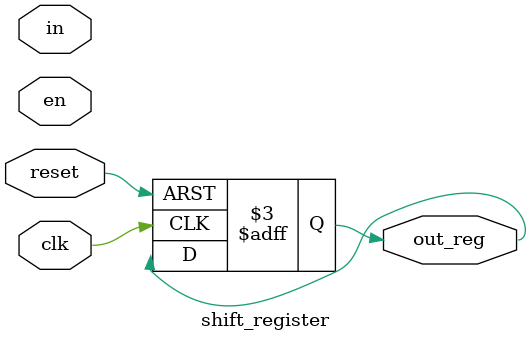
<source format=sv>
`include "config.vh"

`ifdef  USE_STRUCTURAL_IMPLEMENTATION

module shift_register
#(
	parameter w = 1
) 
(
	input		logic						clk,
	input		logic						reset,
	input		logic						en,
	input		logic						in,
	output	logic [w - 1:0] out_reg
);

	logic [w - 1:0] q;
	wire [w - 1:0] d = {in, q[w - 1:1]};

	register #(w) i_reg(clk, reset, en, d, q);
    
	assign out_reg = q;

endmodule: shift_register

`else

module shift_register
#(
	parameter w = 1
) 
(
	input		logic						clk,
	input		logic						reset,
	input		logic						en,
	input		logic						in,
	output	logic [w - 1:0] out_reg
);

	always_ff @(posedge clk or posedge reset)
		if (reset)
			out_reg <= '0;
		else if (en)
			out_reg <= {in, out_reg[w - 1:1]};

endmodule: shift_register

`endif
</source>
